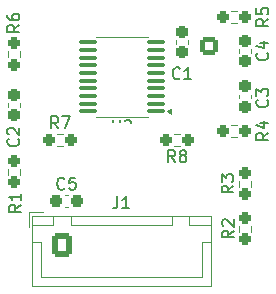
<source format=gbr>
%TF.GenerationSoftware,KiCad,Pcbnew,8.0.1+1*%
%TF.CreationDate,2024-05-08T14:56:33-06:00*%
%TF.ProjectId,encoder-to-i2c-tssop20.kicad_pro,656e636f-6465-4722-9d74-6f2d6932632d,rev?*%
%TF.SameCoordinates,Original*%
%TF.FileFunction,Legend,Top*%
%TF.FilePolarity,Positive*%
%FSLAX46Y46*%
G04 Gerber Fmt 4.6, Leading zero omitted, Abs format (unit mm)*
G04 Created by KiCad (PCBNEW 8.0.1+1) date 2024-05-08 14:56:33*
%MOMM*%
%LPD*%
G01*
G04 APERTURE LIST*
G04 Aperture macros list*
%AMRoundRect*
0 Rectangle with rounded corners*
0 $1 Rounding radius*
0 $2 $3 $4 $5 $6 $7 $8 $9 X,Y pos of 4 corners*
0 Add a 4 corners polygon primitive as box body*
4,1,4,$2,$3,$4,$5,$6,$7,$8,$9,$2,$3,0*
0 Add four circle primitives for the rounded corners*
1,1,$1+$1,$2,$3*
1,1,$1+$1,$4,$5*
1,1,$1+$1,$6,$7*
1,1,$1+$1,$8,$9*
0 Add four rect primitives between the rounded corners*
20,1,$1+$1,$2,$3,$4,$5,0*
20,1,$1+$1,$4,$5,$6,$7,0*
20,1,$1+$1,$6,$7,$8,$9,0*
20,1,$1+$1,$8,$9,$2,$3,0*%
G04 Aperture macros list end*
%ADD10C,0.150000*%
%ADD11C,0.120000*%
%ADD12RoundRect,0.237500X-0.250000X-0.237500X0.250000X-0.237500X0.250000X0.237500X-0.250000X0.237500X0*%
%ADD13RoundRect,0.237500X0.237500X-0.250000X0.237500X0.250000X-0.237500X0.250000X-0.237500X-0.250000X0*%
%ADD14RoundRect,0.237500X-0.237500X0.300000X-0.237500X-0.300000X0.237500X-0.300000X0.237500X0.300000X0*%
%ADD15RoundRect,0.237500X0.250000X0.237500X-0.250000X0.237500X-0.250000X-0.237500X0.250000X-0.237500X0*%
%ADD16RoundRect,0.237500X-0.237500X0.250000X-0.237500X-0.250000X0.237500X-0.250000X0.237500X0.250000X0*%
%ADD17RoundRect,0.237500X-0.300000X-0.237500X0.300000X-0.237500X0.300000X0.237500X-0.300000X0.237500X0*%
%ADD18RoundRect,0.250000X-0.600000X-0.725000X0.600000X-0.725000X0.600000X0.725000X-0.600000X0.725000X0*%
%ADD19O,1.700000X1.950000*%
%ADD20RoundRect,0.100000X0.637500X0.100000X-0.637500X0.100000X-0.637500X-0.100000X0.637500X-0.100000X0*%
%ADD21RoundRect,0.237500X0.237500X-0.300000X0.237500X0.300000X-0.237500X0.300000X-0.237500X-0.300000X0*%
%ADD22R,1.800000X1.800000*%
%ADD23C,1.800000*%
%ADD24RoundRect,0.250000X0.550000X0.550000X-0.550000X0.550000X-0.550000X-0.550000X0.550000X-0.550000X0*%
%ADD25C,1.600000*%
%ADD26O,4.100000X3.000000*%
G04 APERTURE END LIST*
D10*
X59251319Y-46036666D02*
X58775128Y-46369999D01*
X59251319Y-46608094D02*
X58251319Y-46608094D01*
X58251319Y-46608094D02*
X58251319Y-46227142D01*
X58251319Y-46227142D02*
X58298938Y-46131904D01*
X58298938Y-46131904D02*
X58346557Y-46084285D01*
X58346557Y-46084285D02*
X58441795Y-46036666D01*
X58441795Y-46036666D02*
X58584652Y-46036666D01*
X58584652Y-46036666D02*
X58679890Y-46084285D01*
X58679890Y-46084285D02*
X58727509Y-46131904D01*
X58727509Y-46131904D02*
X58775128Y-46227142D01*
X58775128Y-46227142D02*
X58775128Y-46608094D01*
X58251319Y-45131904D02*
X58251319Y-45608094D01*
X58251319Y-45608094D02*
X58727509Y-45655713D01*
X58727509Y-45655713D02*
X58679890Y-45608094D01*
X58679890Y-45608094D02*
X58632271Y-45512856D01*
X58632271Y-45512856D02*
X58632271Y-45274761D01*
X58632271Y-45274761D02*
X58679890Y-45179523D01*
X58679890Y-45179523D02*
X58727509Y-45131904D01*
X58727509Y-45131904D02*
X58822747Y-45084285D01*
X58822747Y-45084285D02*
X59060842Y-45084285D01*
X59060842Y-45084285D02*
X59156080Y-45131904D01*
X59156080Y-45131904D02*
X59203700Y-45179523D01*
X59203700Y-45179523D02*
X59251319Y-45274761D01*
X59251319Y-45274761D02*
X59251319Y-45512856D01*
X59251319Y-45512856D02*
X59203700Y-45608094D01*
X59203700Y-45608094D02*
X59156080Y-45655713D01*
X38300819Y-61784666D02*
X37824628Y-62117999D01*
X38300819Y-62356094D02*
X37300819Y-62356094D01*
X37300819Y-62356094D02*
X37300819Y-61975142D01*
X37300819Y-61975142D02*
X37348438Y-61879904D01*
X37348438Y-61879904D02*
X37396057Y-61832285D01*
X37396057Y-61832285D02*
X37491295Y-61784666D01*
X37491295Y-61784666D02*
X37634152Y-61784666D01*
X37634152Y-61784666D02*
X37729390Y-61832285D01*
X37729390Y-61832285D02*
X37777009Y-61879904D01*
X37777009Y-61879904D02*
X37824628Y-61975142D01*
X37824628Y-61975142D02*
X37824628Y-62356094D01*
X38300819Y-60832285D02*
X38300819Y-61403713D01*
X38300819Y-61117999D02*
X37300819Y-61117999D01*
X37300819Y-61117999D02*
X37443676Y-61213237D01*
X37443676Y-61213237D02*
X37538914Y-61308475D01*
X37538914Y-61308475D02*
X37586533Y-61403713D01*
X38074080Y-56196666D02*
X38121700Y-56244285D01*
X38121700Y-56244285D02*
X38169319Y-56387142D01*
X38169319Y-56387142D02*
X38169319Y-56482380D01*
X38169319Y-56482380D02*
X38121700Y-56625237D01*
X38121700Y-56625237D02*
X38026461Y-56720475D01*
X38026461Y-56720475D02*
X37931223Y-56768094D01*
X37931223Y-56768094D02*
X37740747Y-56815713D01*
X37740747Y-56815713D02*
X37597890Y-56815713D01*
X37597890Y-56815713D02*
X37407414Y-56768094D01*
X37407414Y-56768094D02*
X37312176Y-56720475D01*
X37312176Y-56720475D02*
X37216938Y-56625237D01*
X37216938Y-56625237D02*
X37169319Y-56482380D01*
X37169319Y-56482380D02*
X37169319Y-56387142D01*
X37169319Y-56387142D02*
X37216938Y-56244285D01*
X37216938Y-56244285D02*
X37264557Y-56196666D01*
X37264557Y-55815713D02*
X37216938Y-55768094D01*
X37216938Y-55768094D02*
X37169319Y-55672856D01*
X37169319Y-55672856D02*
X37169319Y-55434761D01*
X37169319Y-55434761D02*
X37216938Y-55339523D01*
X37216938Y-55339523D02*
X37264557Y-55291904D01*
X37264557Y-55291904D02*
X37359795Y-55244285D01*
X37359795Y-55244285D02*
X37455033Y-55244285D01*
X37455033Y-55244285D02*
X37597890Y-55291904D01*
X37597890Y-55291904D02*
X38169319Y-55863332D01*
X38169319Y-55863332D02*
X38169319Y-55244285D01*
X56297319Y-60157166D02*
X55821128Y-60490499D01*
X56297319Y-60728594D02*
X55297319Y-60728594D01*
X55297319Y-60728594D02*
X55297319Y-60347642D01*
X55297319Y-60347642D02*
X55344938Y-60252404D01*
X55344938Y-60252404D02*
X55392557Y-60204785D01*
X55392557Y-60204785D02*
X55487795Y-60157166D01*
X55487795Y-60157166D02*
X55630652Y-60157166D01*
X55630652Y-60157166D02*
X55725890Y-60204785D01*
X55725890Y-60204785D02*
X55773509Y-60252404D01*
X55773509Y-60252404D02*
X55821128Y-60347642D01*
X55821128Y-60347642D02*
X55821128Y-60728594D01*
X55297319Y-59823832D02*
X55297319Y-59204785D01*
X55297319Y-59204785D02*
X55678271Y-59538118D01*
X55678271Y-59538118D02*
X55678271Y-59395261D01*
X55678271Y-59395261D02*
X55725890Y-59300023D01*
X55725890Y-59300023D02*
X55773509Y-59252404D01*
X55773509Y-59252404D02*
X55868747Y-59204785D01*
X55868747Y-59204785D02*
X56106842Y-59204785D01*
X56106842Y-59204785D02*
X56202080Y-59252404D01*
X56202080Y-59252404D02*
X56249700Y-59300023D01*
X56249700Y-59300023D02*
X56297319Y-59395261D01*
X56297319Y-59395261D02*
X56297319Y-59680975D01*
X56297319Y-59680975D02*
X56249700Y-59776213D01*
X56249700Y-59776213D02*
X56202080Y-59823832D01*
X51367333Y-58168819D02*
X51034000Y-57692628D01*
X50795905Y-58168819D02*
X50795905Y-57168819D01*
X50795905Y-57168819D02*
X51176857Y-57168819D01*
X51176857Y-57168819D02*
X51272095Y-57216438D01*
X51272095Y-57216438D02*
X51319714Y-57264057D01*
X51319714Y-57264057D02*
X51367333Y-57359295D01*
X51367333Y-57359295D02*
X51367333Y-57502152D01*
X51367333Y-57502152D02*
X51319714Y-57597390D01*
X51319714Y-57597390D02*
X51272095Y-57645009D01*
X51272095Y-57645009D02*
X51176857Y-57692628D01*
X51176857Y-57692628D02*
X50795905Y-57692628D01*
X51938762Y-57597390D02*
X51843524Y-57549771D01*
X51843524Y-57549771D02*
X51795905Y-57502152D01*
X51795905Y-57502152D02*
X51748286Y-57406914D01*
X51748286Y-57406914D02*
X51748286Y-57359295D01*
X51748286Y-57359295D02*
X51795905Y-57264057D01*
X51795905Y-57264057D02*
X51843524Y-57216438D01*
X51843524Y-57216438D02*
X51938762Y-57168819D01*
X51938762Y-57168819D02*
X52129238Y-57168819D01*
X52129238Y-57168819D02*
X52224476Y-57216438D01*
X52224476Y-57216438D02*
X52272095Y-57264057D01*
X52272095Y-57264057D02*
X52319714Y-57359295D01*
X52319714Y-57359295D02*
X52319714Y-57406914D01*
X52319714Y-57406914D02*
X52272095Y-57502152D01*
X52272095Y-57502152D02*
X52224476Y-57549771D01*
X52224476Y-57549771D02*
X52129238Y-57597390D01*
X52129238Y-57597390D02*
X51938762Y-57597390D01*
X51938762Y-57597390D02*
X51843524Y-57645009D01*
X51843524Y-57645009D02*
X51795905Y-57692628D01*
X51795905Y-57692628D02*
X51748286Y-57787866D01*
X51748286Y-57787866D02*
X51748286Y-57978342D01*
X51748286Y-57978342D02*
X51795905Y-58073580D01*
X51795905Y-58073580D02*
X51843524Y-58121200D01*
X51843524Y-58121200D02*
X51938762Y-58168819D01*
X51938762Y-58168819D02*
X52129238Y-58168819D01*
X52129238Y-58168819D02*
X52224476Y-58121200D01*
X52224476Y-58121200D02*
X52272095Y-58073580D01*
X52272095Y-58073580D02*
X52319714Y-57978342D01*
X52319714Y-57978342D02*
X52319714Y-57787866D01*
X52319714Y-57787866D02*
X52272095Y-57692628D01*
X52272095Y-57692628D02*
X52224476Y-57645009D01*
X52224476Y-57645009D02*
X52129238Y-57597390D01*
X56334819Y-63967166D02*
X55858628Y-64300499D01*
X56334819Y-64538594D02*
X55334819Y-64538594D01*
X55334819Y-64538594D02*
X55334819Y-64157642D01*
X55334819Y-64157642D02*
X55382438Y-64062404D01*
X55382438Y-64062404D02*
X55430057Y-64014785D01*
X55430057Y-64014785D02*
X55525295Y-63967166D01*
X55525295Y-63967166D02*
X55668152Y-63967166D01*
X55668152Y-63967166D02*
X55763390Y-64014785D01*
X55763390Y-64014785D02*
X55811009Y-64062404D01*
X55811009Y-64062404D02*
X55858628Y-64157642D01*
X55858628Y-64157642D02*
X55858628Y-64538594D01*
X55430057Y-63586213D02*
X55382438Y-63538594D01*
X55382438Y-63538594D02*
X55334819Y-63443356D01*
X55334819Y-63443356D02*
X55334819Y-63205261D01*
X55334819Y-63205261D02*
X55382438Y-63110023D01*
X55382438Y-63110023D02*
X55430057Y-63062404D01*
X55430057Y-63062404D02*
X55525295Y-63014785D01*
X55525295Y-63014785D02*
X55620533Y-63014785D01*
X55620533Y-63014785D02*
X55763390Y-63062404D01*
X55763390Y-63062404D02*
X56334819Y-63633832D01*
X56334819Y-63633832D02*
X56334819Y-63014785D01*
X59251319Y-55688666D02*
X58775128Y-56021999D01*
X59251319Y-56260094D02*
X58251319Y-56260094D01*
X58251319Y-56260094D02*
X58251319Y-55879142D01*
X58251319Y-55879142D02*
X58298938Y-55783904D01*
X58298938Y-55783904D02*
X58346557Y-55736285D01*
X58346557Y-55736285D02*
X58441795Y-55688666D01*
X58441795Y-55688666D02*
X58584652Y-55688666D01*
X58584652Y-55688666D02*
X58679890Y-55736285D01*
X58679890Y-55736285D02*
X58727509Y-55783904D01*
X58727509Y-55783904D02*
X58775128Y-55879142D01*
X58775128Y-55879142D02*
X58775128Y-56260094D01*
X58584652Y-54831523D02*
X59251319Y-54831523D01*
X58203700Y-55069618D02*
X58917985Y-55307713D01*
X58917985Y-55307713D02*
X58917985Y-54688666D01*
X41997333Y-60397580D02*
X41949714Y-60445200D01*
X41949714Y-60445200D02*
X41806857Y-60492819D01*
X41806857Y-60492819D02*
X41711619Y-60492819D01*
X41711619Y-60492819D02*
X41568762Y-60445200D01*
X41568762Y-60445200D02*
X41473524Y-60349961D01*
X41473524Y-60349961D02*
X41425905Y-60254723D01*
X41425905Y-60254723D02*
X41378286Y-60064247D01*
X41378286Y-60064247D02*
X41378286Y-59921390D01*
X41378286Y-59921390D02*
X41425905Y-59730914D01*
X41425905Y-59730914D02*
X41473524Y-59635676D01*
X41473524Y-59635676D02*
X41568762Y-59540438D01*
X41568762Y-59540438D02*
X41711619Y-59492819D01*
X41711619Y-59492819D02*
X41806857Y-59492819D01*
X41806857Y-59492819D02*
X41949714Y-59540438D01*
X41949714Y-59540438D02*
X41997333Y-59588057D01*
X42902095Y-59492819D02*
X42425905Y-59492819D01*
X42425905Y-59492819D02*
X42378286Y-59969009D01*
X42378286Y-59969009D02*
X42425905Y-59921390D01*
X42425905Y-59921390D02*
X42521143Y-59873771D01*
X42521143Y-59873771D02*
X42759238Y-59873771D01*
X42759238Y-59873771D02*
X42854476Y-59921390D01*
X42854476Y-59921390D02*
X42902095Y-59969009D01*
X42902095Y-59969009D02*
X42949714Y-60064247D01*
X42949714Y-60064247D02*
X42949714Y-60302342D01*
X42949714Y-60302342D02*
X42902095Y-60397580D01*
X42902095Y-60397580D02*
X42854476Y-60445200D01*
X42854476Y-60445200D02*
X42759238Y-60492819D01*
X42759238Y-60492819D02*
X42521143Y-60492819D01*
X42521143Y-60492819D02*
X42425905Y-60445200D01*
X42425905Y-60445200D02*
X42378286Y-60397580D01*
X41461333Y-55308819D02*
X41128000Y-54832628D01*
X40889905Y-55308819D02*
X40889905Y-54308819D01*
X40889905Y-54308819D02*
X41270857Y-54308819D01*
X41270857Y-54308819D02*
X41366095Y-54356438D01*
X41366095Y-54356438D02*
X41413714Y-54404057D01*
X41413714Y-54404057D02*
X41461333Y-54499295D01*
X41461333Y-54499295D02*
X41461333Y-54642152D01*
X41461333Y-54642152D02*
X41413714Y-54737390D01*
X41413714Y-54737390D02*
X41366095Y-54785009D01*
X41366095Y-54785009D02*
X41270857Y-54832628D01*
X41270857Y-54832628D02*
X40889905Y-54832628D01*
X41794667Y-54308819D02*
X42461333Y-54308819D01*
X42461333Y-54308819D02*
X42032762Y-55308819D01*
X51771833Y-51055580D02*
X51724214Y-51103200D01*
X51724214Y-51103200D02*
X51581357Y-51150819D01*
X51581357Y-51150819D02*
X51486119Y-51150819D01*
X51486119Y-51150819D02*
X51343262Y-51103200D01*
X51343262Y-51103200D02*
X51248024Y-51007961D01*
X51248024Y-51007961D02*
X51200405Y-50912723D01*
X51200405Y-50912723D02*
X51152786Y-50722247D01*
X51152786Y-50722247D02*
X51152786Y-50579390D01*
X51152786Y-50579390D02*
X51200405Y-50388914D01*
X51200405Y-50388914D02*
X51248024Y-50293676D01*
X51248024Y-50293676D02*
X51343262Y-50198438D01*
X51343262Y-50198438D02*
X51486119Y-50150819D01*
X51486119Y-50150819D02*
X51581357Y-50150819D01*
X51581357Y-50150819D02*
X51724214Y-50198438D01*
X51724214Y-50198438D02*
X51771833Y-50246057D01*
X52724214Y-51150819D02*
X52152786Y-51150819D01*
X52438500Y-51150819D02*
X52438500Y-50150819D01*
X52438500Y-50150819D02*
X52343262Y-50293676D01*
X52343262Y-50293676D02*
X52248024Y-50388914D01*
X52248024Y-50388914D02*
X52152786Y-50436533D01*
X46478166Y-61078819D02*
X46478166Y-61793104D01*
X46478166Y-61793104D02*
X46430547Y-61935961D01*
X46430547Y-61935961D02*
X46335309Y-62031200D01*
X46335309Y-62031200D02*
X46192452Y-62078819D01*
X46192452Y-62078819D02*
X46097214Y-62078819D01*
X47478166Y-62078819D02*
X46906738Y-62078819D01*
X47192452Y-62078819D02*
X47192452Y-61078819D01*
X47192452Y-61078819D02*
X47097214Y-61221676D01*
X47097214Y-61221676D02*
X47001976Y-61316914D01*
X47001976Y-61316914D02*
X46906738Y-61364533D01*
X46096595Y-54604819D02*
X46096595Y-55414342D01*
X46096595Y-55414342D02*
X46144214Y-55509580D01*
X46144214Y-55509580D02*
X46191833Y-55557200D01*
X46191833Y-55557200D02*
X46287071Y-55604819D01*
X46287071Y-55604819D02*
X46477547Y-55604819D01*
X46477547Y-55604819D02*
X46572785Y-55557200D01*
X46572785Y-55557200D02*
X46620404Y-55509580D01*
X46620404Y-55509580D02*
X46668023Y-55414342D01*
X46668023Y-55414342D02*
X46668023Y-54604819D01*
X47096595Y-54700057D02*
X47144214Y-54652438D01*
X47144214Y-54652438D02*
X47239452Y-54604819D01*
X47239452Y-54604819D02*
X47477547Y-54604819D01*
X47477547Y-54604819D02*
X47572785Y-54652438D01*
X47572785Y-54652438D02*
X47620404Y-54700057D01*
X47620404Y-54700057D02*
X47668023Y-54795295D01*
X47668023Y-54795295D02*
X47668023Y-54890533D01*
X47668023Y-54890533D02*
X47620404Y-55033390D01*
X47620404Y-55033390D02*
X47048976Y-55604819D01*
X47048976Y-55604819D02*
X47668023Y-55604819D01*
X59156080Y-52894666D02*
X59203700Y-52942285D01*
X59203700Y-52942285D02*
X59251319Y-53085142D01*
X59251319Y-53085142D02*
X59251319Y-53180380D01*
X59251319Y-53180380D02*
X59203700Y-53323237D01*
X59203700Y-53323237D02*
X59108461Y-53418475D01*
X59108461Y-53418475D02*
X59013223Y-53466094D01*
X59013223Y-53466094D02*
X58822747Y-53513713D01*
X58822747Y-53513713D02*
X58679890Y-53513713D01*
X58679890Y-53513713D02*
X58489414Y-53466094D01*
X58489414Y-53466094D02*
X58394176Y-53418475D01*
X58394176Y-53418475D02*
X58298938Y-53323237D01*
X58298938Y-53323237D02*
X58251319Y-53180380D01*
X58251319Y-53180380D02*
X58251319Y-53085142D01*
X58251319Y-53085142D02*
X58298938Y-52942285D01*
X58298938Y-52942285D02*
X58346557Y-52894666D01*
X58251319Y-52561332D02*
X58251319Y-51942285D01*
X58251319Y-51942285D02*
X58632271Y-52275618D01*
X58632271Y-52275618D02*
X58632271Y-52132761D01*
X58632271Y-52132761D02*
X58679890Y-52037523D01*
X58679890Y-52037523D02*
X58727509Y-51989904D01*
X58727509Y-51989904D02*
X58822747Y-51942285D01*
X58822747Y-51942285D02*
X59060842Y-51942285D01*
X59060842Y-51942285D02*
X59156080Y-51989904D01*
X59156080Y-51989904D02*
X59203700Y-52037523D01*
X59203700Y-52037523D02*
X59251319Y-52132761D01*
X59251319Y-52132761D02*
X59251319Y-52418475D01*
X59251319Y-52418475D02*
X59203700Y-52513713D01*
X59203700Y-52513713D02*
X59156080Y-52561332D01*
X59156080Y-48931166D02*
X59203700Y-48978785D01*
X59203700Y-48978785D02*
X59251319Y-49121642D01*
X59251319Y-49121642D02*
X59251319Y-49216880D01*
X59251319Y-49216880D02*
X59203700Y-49359737D01*
X59203700Y-49359737D02*
X59108461Y-49454975D01*
X59108461Y-49454975D02*
X59013223Y-49502594D01*
X59013223Y-49502594D02*
X58822747Y-49550213D01*
X58822747Y-49550213D02*
X58679890Y-49550213D01*
X58679890Y-49550213D02*
X58489414Y-49502594D01*
X58489414Y-49502594D02*
X58394176Y-49454975D01*
X58394176Y-49454975D02*
X58298938Y-49359737D01*
X58298938Y-49359737D02*
X58251319Y-49216880D01*
X58251319Y-49216880D02*
X58251319Y-49121642D01*
X58251319Y-49121642D02*
X58298938Y-48978785D01*
X58298938Y-48978785D02*
X58346557Y-48931166D01*
X58584652Y-48074023D02*
X59251319Y-48074023D01*
X58203700Y-48312118D02*
X58917985Y-48550213D01*
X58917985Y-48550213D02*
X58917985Y-47931166D01*
X38169319Y-46544666D02*
X37693128Y-46877999D01*
X38169319Y-47116094D02*
X37169319Y-47116094D01*
X37169319Y-47116094D02*
X37169319Y-46735142D01*
X37169319Y-46735142D02*
X37216938Y-46639904D01*
X37216938Y-46639904D02*
X37264557Y-46592285D01*
X37264557Y-46592285D02*
X37359795Y-46544666D01*
X37359795Y-46544666D02*
X37502652Y-46544666D01*
X37502652Y-46544666D02*
X37597890Y-46592285D01*
X37597890Y-46592285D02*
X37645509Y-46639904D01*
X37645509Y-46639904D02*
X37693128Y-46735142D01*
X37693128Y-46735142D02*
X37693128Y-47116094D01*
X37169319Y-45687523D02*
X37169319Y-45877999D01*
X37169319Y-45877999D02*
X37216938Y-45973237D01*
X37216938Y-45973237D02*
X37264557Y-46020856D01*
X37264557Y-46020856D02*
X37407414Y-46116094D01*
X37407414Y-46116094D02*
X37597890Y-46163713D01*
X37597890Y-46163713D02*
X37978842Y-46163713D01*
X37978842Y-46163713D02*
X38074080Y-46116094D01*
X38074080Y-46116094D02*
X38121700Y-46068475D01*
X38121700Y-46068475D02*
X38169319Y-45973237D01*
X38169319Y-45973237D02*
X38169319Y-45782761D01*
X38169319Y-45782761D02*
X38121700Y-45687523D01*
X38121700Y-45687523D02*
X38074080Y-45639904D01*
X38074080Y-45639904D02*
X37978842Y-45592285D01*
X37978842Y-45592285D02*
X37740747Y-45592285D01*
X37740747Y-45592285D02*
X37645509Y-45639904D01*
X37645509Y-45639904D02*
X37597890Y-45687523D01*
X37597890Y-45687523D02*
X37550271Y-45782761D01*
X37550271Y-45782761D02*
X37550271Y-45973237D01*
X37550271Y-45973237D02*
X37597890Y-46068475D01*
X37597890Y-46068475D02*
X37645509Y-46116094D01*
X37645509Y-46116094D02*
X37740747Y-46163713D01*
D11*
%TO.C,R5*%
X56105276Y-45347500D02*
X56614724Y-45347500D01*
X56105276Y-46392500D02*
X56614724Y-46392500D01*
%TO.C,R1*%
X37192000Y-59229224D02*
X37192000Y-58719776D01*
X38237000Y-59229224D02*
X38237000Y-58719776D01*
%TO.C,C2*%
X37204500Y-53190233D02*
X37204500Y-53482767D01*
X38224500Y-53190233D02*
X38224500Y-53482767D01*
%TO.C,R3*%
X56750000Y-60245224D02*
X56750000Y-59735776D01*
X57795000Y-60245224D02*
X57795000Y-59735776D01*
%TO.C,R8*%
X51788724Y-55761500D02*
X51279276Y-55761500D01*
X51788724Y-56806500D02*
X51279276Y-56806500D01*
%TO.C,R2*%
X56750000Y-63545776D02*
X56750000Y-64055224D01*
X57795000Y-63545776D02*
X57795000Y-64055224D01*
%TO.C,R4*%
X56105276Y-54999500D02*
X56614724Y-54999500D01*
X56105276Y-56044500D02*
X56614724Y-56044500D01*
%TO.C,C5*%
X42017733Y-60958000D02*
X42310267Y-60958000D01*
X42017733Y-61978000D02*
X42310267Y-61978000D01*
%TO.C,R7*%
X41373276Y-55761500D02*
X41882724Y-55761500D01*
X41373276Y-56806500D02*
X41882724Y-56806500D01*
%TO.C,C1*%
X51428500Y-47856233D02*
X51428500Y-48148767D01*
X52448500Y-47856233D02*
X52448500Y-48148767D01*
%TO.C,J1*%
X38961500Y-62424000D02*
X38961500Y-63674000D01*
X39251500Y-62714000D02*
X39251500Y-68684000D01*
X39251500Y-68684000D02*
X54371500Y-68684000D01*
X39261500Y-62724000D02*
X39261500Y-63474000D01*
X39261500Y-63474000D02*
X41061500Y-63474000D01*
X39261500Y-64974000D02*
X40011500Y-64974000D01*
X40011500Y-64974000D02*
X40011500Y-67924000D01*
X40011500Y-67924000D02*
X46811500Y-67924000D01*
X40211500Y-62424000D02*
X38961500Y-62424000D01*
X41061500Y-62724000D02*
X39261500Y-62724000D01*
X41061500Y-63474000D02*
X41061500Y-62724000D01*
X42561500Y-62724000D02*
X42561500Y-63474000D01*
X42561500Y-63474000D02*
X51061500Y-63474000D01*
X51061500Y-62724000D02*
X42561500Y-62724000D01*
X51061500Y-63474000D02*
X51061500Y-62724000D01*
X52561500Y-62724000D02*
X52561500Y-63474000D01*
X52561500Y-63474000D02*
X54361500Y-63474000D01*
X53611500Y-64974000D02*
X53611500Y-67924000D01*
X53611500Y-67924000D02*
X46811500Y-67924000D01*
X54361500Y-62724000D02*
X52561500Y-62724000D01*
X54361500Y-63474000D02*
X54361500Y-62724000D01*
X54361500Y-64974000D02*
X53611500Y-64974000D01*
X54371500Y-62714000D02*
X39251500Y-62714000D01*
X54371500Y-68684000D02*
X54371500Y-62714000D01*
%TO.C,U2*%
X46858500Y-47565000D02*
X44658500Y-47565000D01*
X46858500Y-47565000D02*
X49058500Y-47565000D01*
X46858500Y-54335000D02*
X44658500Y-54335000D01*
X46858500Y-54335000D02*
X49058500Y-54335000D01*
X51048500Y-54115000D02*
X50718500Y-53875000D01*
X51048500Y-53635000D01*
X51048500Y-54115000D01*
G36*
X51048500Y-54115000D02*
G01*
X50718500Y-53875000D01*
X51048500Y-53635000D01*
X51048500Y-54115000D01*
G37*
%TO.C,C3*%
X56762500Y-52773767D02*
X56762500Y-52481233D01*
X57782500Y-52773767D02*
X57782500Y-52481233D01*
%TO.C,C4*%
X56762500Y-48618233D02*
X56762500Y-48910767D01*
X57782500Y-48618233D02*
X57782500Y-48910767D01*
%TO.C,R6*%
X37192000Y-48766776D02*
X37192000Y-49276224D01*
X38237000Y-48766776D02*
X38237000Y-49276224D01*
%TD*%
%LPC*%
D12*
%TO.C,R5*%
X55447500Y-45870000D03*
X57272500Y-45870000D03*
%TD*%
D13*
%TO.C,R1*%
X37714500Y-59887000D03*
X37714500Y-58062000D03*
%TD*%
D14*
%TO.C,C2*%
X37714500Y-52474000D03*
X37714500Y-54199000D03*
%TD*%
D13*
%TO.C,R3*%
X57272500Y-60903000D03*
X57272500Y-59078000D03*
%TD*%
D15*
%TO.C,R8*%
X52446500Y-56284000D03*
X50621500Y-56284000D03*
%TD*%
D16*
%TO.C,R2*%
X57272500Y-62888000D03*
X57272500Y-64713000D03*
%TD*%
D12*
%TO.C,R4*%
X55447500Y-55522000D03*
X57272500Y-55522000D03*
%TD*%
D17*
%TO.C,C5*%
X41301500Y-61468000D03*
X43026500Y-61468000D03*
%TD*%
D12*
%TO.C,R7*%
X40715500Y-56284000D03*
X42540500Y-56284000D03*
%TD*%
D14*
%TO.C,C1*%
X51938500Y-47140000D03*
X51938500Y-48865000D03*
%TD*%
D18*
%TO.C,J1*%
X41811500Y-65174000D03*
D19*
X44311500Y-65174000D03*
X46811500Y-65174000D03*
X49311500Y-65174000D03*
X51811500Y-65174000D03*
%TD*%
D20*
%TO.C,U2*%
X49721000Y-53875000D03*
X49721000Y-53225000D03*
X49721000Y-52575000D03*
X49721000Y-51925000D03*
X49721000Y-51275000D03*
X49721000Y-50625000D03*
X49721000Y-49975000D03*
X49721000Y-49325000D03*
X49721000Y-48675000D03*
X49721000Y-48025000D03*
X43996000Y-48025000D03*
X43996000Y-48675000D03*
X43996000Y-49325000D03*
X43996000Y-49975000D03*
X43996000Y-50625000D03*
X43996000Y-51275000D03*
X43996000Y-51925000D03*
X43996000Y-52575000D03*
X43996000Y-53225000D03*
X43996000Y-53875000D03*
%TD*%
D21*
%TO.C,C3*%
X57272500Y-53490000D03*
X57272500Y-51765000D03*
%TD*%
D14*
%TO.C,C4*%
X57272500Y-47902000D03*
X57272500Y-49627000D03*
%TD*%
D16*
%TO.C,R6*%
X37714500Y-48109000D03*
X37714500Y-49934000D03*
%TD*%
D22*
%TO.C,D2*%
X55123000Y-39370000D03*
D23*
X52583000Y-39370000D03*
%TD*%
D22*
%TO.C,D1*%
X60198000Y-39370000D03*
D23*
X57658000Y-39370000D03*
%TD*%
D24*
%TO.C,SW1*%
X54240000Y-48300000D03*
D25*
X54240000Y-53300000D03*
X54240000Y-50800000D03*
X39740000Y-48300000D03*
X39740000Y-53300000D03*
D26*
X46740000Y-56400000D03*
X46740000Y-45200000D03*
%TD*%
D22*
%TO.C,D10*%
X34798000Y-57658000D03*
D23*
X32258000Y-57658000D03*
%TD*%
D22*
%TO.C,D4*%
X44958000Y-39370000D03*
D23*
X42418000Y-39370000D03*
%TD*%
D22*
%TO.C,D9*%
X34798000Y-53086000D03*
D23*
X32258000Y-53086000D03*
%TD*%
D22*
%TO.C,D3*%
X50038000Y-39370000D03*
D23*
X47498000Y-39370000D03*
%TD*%
D22*
%TO.C,D5*%
X39878000Y-39370000D03*
D23*
X37338000Y-39370000D03*
%TD*%
D22*
%TO.C,D8*%
X34798000Y-48514000D03*
D23*
X32258000Y-48514000D03*
%TD*%
D22*
%TO.C,D7*%
X34798000Y-43942000D03*
D23*
X32258000Y-43942000D03*
%TD*%
D22*
%TO.C,D11*%
X34798000Y-62230000D03*
D23*
X32258000Y-62230000D03*
%TD*%
D22*
%TO.C,D6*%
X34798000Y-39370000D03*
D23*
X32258000Y-39370000D03*
%TD*%
D22*
%TO.C,D12*%
X34786100Y-66814000D03*
D23*
X32246100Y-66814000D03*
%TD*%
%LPD*%
M02*

</source>
